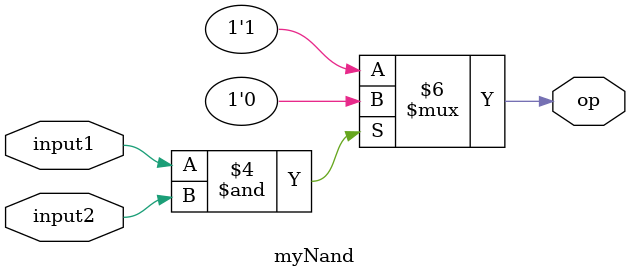
<source format=sv>
module myNand(input1, input2, op);
    input input1, input2;
    output reg op;
    
    always @(input1, input2)
    begin
        if (input1 == 1 & input2 == 1)
            op = 0;
        else
            op = 1;
    end
endmodule
</source>
